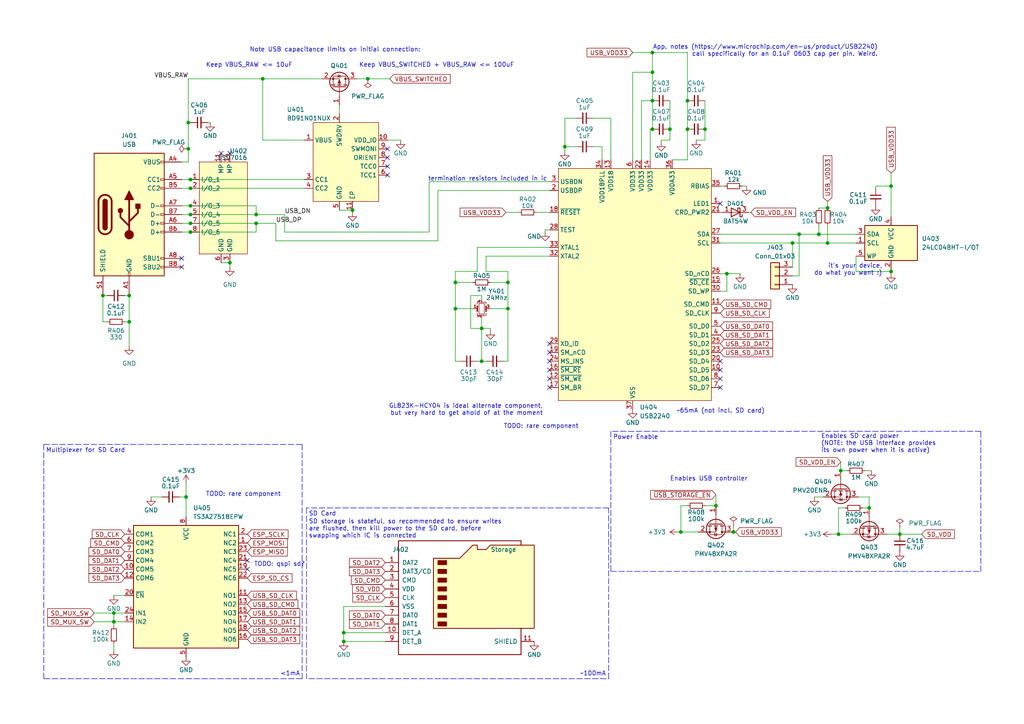
<source format=kicad_sch>
(kicad_sch (version 20211123) (generator eeschema)
  (paper "A4")
  (title_block (title "gay ipod storage + usb interface") (date "2022-09-04") (rev "1"))
  (lib_symbols
    (symbol "Analog_Switch:TS3A27518EPW"
      (property "Reference" "U" (at -13.97 19.05 0))
      (property "Value" "TS3A27518EPW" (at 8.89 19.05 0))
      (symbol "TS3A27518EPW_1_1"
        (pin bidirectional line (at 17.78 12.7 180) (length 2.54) (name "NC2") (number "1"))
        (pin bidirectional line (at -17.78 5.08 0) (length 2.54) (name "COM5") (number "10"))
        (pin bidirectional line (at 17.78 -2.54 180) (length 2.54) (name "NO1") (number "11"))
        (pin bidirectional line (at -17.78 2.54 0) (length 2.54) (name "COM6") (number "12"))
        (pin bidirectional line (at 17.78 -5.08 180) (length 2.54) (name "NO2") (number "13"))
        (pin input line (at -17.78 -10.16 0) (length 2.54) (name "IN2") (number "14"))
        (pin bidirectional line (at 17.78 -7.62 180) (length 2.54) (name "NO3") (number "15"))
        (pin bidirectional line (at 17.78 -15.24 180) (length 2.54) (name "NO6") (number "16"))
        (pin bidirectional line (at 17.78 -10.16 180) (length 2.54) (name "NO4") (number "17"))
        (pin bidirectional line (at 17.78 -12.7 180) (length 2.54) (name "NO5") (number "18"))
        (pin bidirectional line (at 17.78 5.08 180) (length 2.54) (name "NC5") (number "19"))
        (pin bidirectional line (at 17.78 15.24 180) (length 2.54) (name "NC1") (number "2"))
        (pin input line (at -17.78 -2.54 0) (length 2.54) (name "~{EN}") (number "20"))
        (pin bidirectional line (at 17.78 7.62 180) (length 2.54) (name "NC4") (number "21"))
        (pin bidirectional line (at 17.78 2.54 180) (length 2.54) (name "NC6") (number "22"))
        (pin bidirectional line (at 17.78 10.16 180) (length 2.54) (name "NC3") (number "23"))
        (pin input line (at -17.78 -7.62 0) (length 2.54) (name "IN1") (number "24"))
        (pin no_connect line (at -15.24 -15.24 0) (length 2.54) hide (name "N.C.") (number "3"))
        (pin bidirectional line (at -17.78 15.24 0) (length 2.54) (name "COM1") (number "4"))
        (pin power_in line (at 0 -20.32 90) (length 2.54) (name "GND") (number "5"))
        (pin bidirectional line (at -17.78 12.7 0) (length 2.54) (name "COM2") (number "6"))
        (pin bidirectional line (at -17.78 10.16 0) (length 2.54) (name "COM3") (number "7"))
        (pin power_in line (at 0 20.32 270) (length 2.54) (name "VCC") (number "8"))
        (pin bidirectional line (at -17.78 7.62 0) (length 2.54) (name "COM4") (number "9"))
      )
    )
    (symbol "Connector:Micro_SD_Card_Det_Hirose_DM3AT" (pin_names (offset 1.016))
      (property "Reference" "J" (at -16.51 17.78 0))
      (property "Value" "Micro_SD_Card_Det_Hirose_DM3AT" (at 16.51 17.78 0))
      (symbol "Micro_SD_Card_Det_Hirose_DM3AT_1_1"
        (pin bidirectional line (at -22.86 10.16 0) (length 3.81) (name "DAT2") (number "1"))
        (pin passive line (at -22.86 -10.16 0) (length 3.81) (name "DET_A") (number "10"))
        (pin passive line (at 20.32 -12.7 180) (length 3.81) (name "SHIELD") (number "11"))
        (pin bidirectional line (at -22.86 7.62 0) (length 3.81) (name "DAT3/CD") (number "2"))
        (pin input line (at -22.86 5.08 0) (length 3.81) (name "CMD") (number "3"))
        (pin power_in line (at -22.86 2.54 0) (length 3.81) (name "VDD") (number "4"))
        (pin input line (at -22.86 0 0) (length 3.81) (name "CLK") (number "5"))
        (pin power_in line (at -22.86 -2.54 0) (length 3.81) (name "VSS") (number "6"))
        (pin bidirectional line (at -22.86 -5.08 0) (length 3.81) (name "DAT0") (number "7"))
        (pin bidirectional line (at -22.86 -7.62 0) (length 3.81) (name "DAT1") (number "8"))
        (pin passive line (at -22.86 -12.7 0) (length 3.81) (name "DET_B") (number "9"))
      )
    )
    (symbol "Connector:USB_C_Receptacle_USB2.0" (pin_names (offset 1.016))
      (property "Reference" "J" (at -10.16 19.05 0))
      (property "Value" "USB_C_Receptacle_USB2.0" (at 19.05 19.05 0))
      (symbol "USB_C_Receptacle_USB2.0_1_1"
        (pin passive line (at 0 -22.86 90) (length 5.08) (name "GND") (number "A1"))
        (pin passive line (at 0 -22.86 90) (length 5.08) hide (name "GND") (number "A12"))
        (pin passive line (at 15.24 15.24 180) (length 5.08) (name "VBUS") (number "A4"))
        (pin bidirectional line (at 15.24 10.16 180) (length 5.08) (name "CC1") (number "A5"))
        (pin bidirectional line (at 15.24 -2.54 180) (length 5.08) (name "D+") (number "A6"))
        (pin bidirectional line (at 15.24 2.54 180) (length 5.08) (name "D-") (number "A7"))
        (pin bidirectional line (at 15.24 -12.7 180) (length 5.08) (name "SBU1") (number "A8"))
        (pin passive line (at 15.24 15.24 180) (length 5.08) hide (name "VBUS") (number "A9"))
        (pin passive line (at 0 -22.86 90) (length 5.08) hide (name "GND") (number "B1"))
        (pin passive line (at 0 -22.86 90) (length 5.08) hide (name "GND") (number "B12"))
        (pin passive line (at 15.24 15.24 180) (length 5.08) hide (name "VBUS") (number "B4"))
        (pin bidirectional line (at 15.24 7.62 180) (length 5.08) (name "CC2") (number "B5"))
        (pin bidirectional line (at 15.24 -5.08 180) (length 5.08) (name "D+") (number "B6"))
        (pin bidirectional line (at 15.24 0 180) (length 5.08) (name "D-") (number "B7"))
        (pin bidirectional line (at 15.24 -15.24 180) (length 5.08) (name "SBU2") (number "B8"))
        (pin passive line (at 15.24 15.24 180) (length 5.08) hide (name "VBUS") (number "B9"))
        (pin passive line (at -7.62 -22.86 90) (length 5.08) (name "SHIELD") (number "S1"))
      )
    )
    (symbol "Connector_Generic:Conn_01x03" (pin_names (offset 1.016) hide)
      (property "Reference" "J" (at 0 5.08 0))
      (property "Value" "Conn_01x03" (at 0 -5.08 0))
      (symbol "Conn_01x03_1_1"
        (pin passive line (at -5.08 2.54 0) (length 3.81) (name "Pin_1") (number "1"))
        (pin passive line (at -5.08 0 0) (length 3.81) (name "Pin_2") (number "2"))
        (pin passive line (at -5.08 -2.54 0) (length 3.81) (name "Pin_3") (number "3"))
      )
    )
    (symbol "Device:C_Small" (pin_numbers hide) (pin_names (offset 0.254) hide)
      (property "Reference" "C" (at 0.254 1.778 0))
      (property "Value" "C_Small" (at 0.254 -2.032 0))
      (symbol "C_Small_1_1"
        (pin passive line (at 0 2.54 270) (length 2.032) (name "~") (number "1"))
        (pin passive line (at 0 -2.54 90) (length 2.032) (name "~") (number "2"))
      )
    )
    (symbol "Device:Crystal_GND24_Small" (pin_names (offset 1.016) hide)
      (property "Reference" "Y" (at 1.27 4.445 0))
      (property "Value" "Crystal_GND24_Small" (at 1.27 2.54 0))
      (symbol "Crystal_GND24_Small_1_1"
        (pin passive line (at -2.54 0 0) (length 1.27) (name "1") (number "1"))
        (pin passive line (at 0 -2.54 90) (length 0.635) (name "2") (number "2"))
        (pin passive line (at 2.54 0 180) (length 1.27) (name "3") (number "3"))
        (pin passive line (at 0 2.54 270) (length 0.635) (name "4") (number "4"))
      )
    )
    (symbol "Device:Q_NMOS_GSD" (pin_names (offset 0) hide)
      (property "Reference" "Q" (at 5.08 1.27 0))
      (property "Value" "Q_NMOS_GSD" (at 5.08 -1.27 0))
      (symbol "Q_NMOS_GSD_1_1"
        (pin input line (at -5.08 0 0) (length 2.54) (name "G") (number "1"))
        (pin passive line (at 2.54 -5.08 90) (length 2.54) (name "S") (number "2"))
        (pin passive line (at 2.54 5.08 270) (length 2.54) (name "D") (number "3"))
      )
    )
    (symbol "Device:Q_PMOS_GSD" (pin_names (offset 0) hide)
      (property "Reference" "Q" (at 5.08 1.27 0))
      (property "Value" "Q_PMOS_GSD" (at 5.08 -1.27 0))
      (symbol "Q_PMOS_GSD_1_1"
        (pin input line (at -5.08 0 0) (length 2.54) (name "G") (number "1"))
        (pin passive line (at 2.54 -5.08 90) (length 2.54) (name "S") (number "2"))
        (pin passive line (at 2.54 5.08 270) (length 2.54) (name "D") (number "3"))
      )
    )
    (symbol "Device:R_Small" (pin_numbers hide) (pin_names (offset 0.254) hide)
      (property "Reference" "R" (at 0.762 0.508 0))
      (property "Value" "R_Small" (at 0.762 -1.016 0))
      (symbol "R_Small_1_1"
        (pin passive line (at 0 2.54 270) (length 0.762) (name "~") (number "1"))
        (pin passive line (at 0 -2.54 90) (length 0.762) (name "~") (number "2"))
      )
    )
    (symbol "Diode:BAT54W" (pin_names (offset 1.016) hide)
      (property "Reference" "D" (at 0 2.54 0))
      (property "Value" "BAT54W" (at 0 -2.54 0))
      (symbol "BAT54W_1_1"
        (pin passive line (at 3.81 0 180) (length 2.54) (name "A") (number "1"))
        (pin no_connect line (at 0 0 90) (length 2.54) hide (name "NC") (number "2"))
        (pin passive line (at -3.81 0 0) (length 2.54) (name "K") (number "3"))
      )
    )
    (symbol "Memory_EEPROM:24AA02-OT"
      (property "Reference" "U?" (at -8.89 1.2701 0))
      (property "Value" "24LC08BHT-I/OT " (at -8.89 -1.2699 0))
      (symbol "24AA02-OT_1_1"
        (pin input line (at 10.16 0 180) (length 2.54) (name "SCL") (number "1"))
        (pin power_in line (at 0 -7.62 90) (length 2.54) (name "GND") (number "2"))
        (pin bidirectional line (at 10.16 2.54 180) (length 2.54) (name "SDA") (number "3"))
        (pin power_in line (at 0 7.62 270) (length 2.54) (name "VCC") (number "4"))
        (pin input line (at 10.16 -3.81 180) (length 2.54) (name "WP") (number "5"))
      )
    )
    (symbol "power:+3V3" (power) (pin_names (offset 0))
      (property "Value" "+3V3" (at 0 3.556 0))
      (symbol "+3V3_1_1"
        (pin power_in line (at 0 0 90) (length 0) hide (name "+3V3") (number "1"))
      )
    )
    (symbol "power:GND" (power) (pin_names (offset 0))
      (property "Value" "GND" (at 0 -3.81 0))
      (symbol "GND_1_1"
        (pin power_in line (at 0 0 270) (length 0) hide (name "GND") (number "1"))
      )
    )
    (symbol "power:PWR_FLAG" (power) (pin_numbers hide) (pin_names (offset 0) hide)
      (property "Value" "PWR_FLAG" (at 0 3.81 0))
      (symbol "PWR_FLAG_0_0"
        (pin power_out line (at 0 0 90) (length 0) (name "pwr") (number "1"))
      )
    )
    (symbol "symbols:BD91N01NUX"
      (property "Reference" "U" (at 0 13.97 0))
      (property "Value" "BD91N01NUX" (at 5.08 16.51 0))
      (symbol "BD91N01NUX_1_1"
        (pin input line (at -15.24 7.62 0) (length 2.54) (name "VBUS") (number "1"))
        (pin input line (at 8.89 7.62 180) (length 2.54) (name "VDD_IO") (number "10"))
        (pin input line (at -1.27 -12.7 90) (length 2.54) (name "EP") (number "11"))
        (pin output line (at -5.08 15.24 270) (length 2.54) (name "SWDRV") (number "2"))
        (pin input line (at -15.24 -3.81 0) (length 2.54) (name "CC1") (number "3"))
        (pin input line (at -15.24 -6.35 0) (length 2.54) (name "CC2") (number "4"))
        (pin input line (at -5.08 -12.7 90) (length 2.54) (name "GND") (number "5"))
        (pin output line (at 8.89 -2.54 180) (length 2.54) (name "TCC1") (number "6"))
        (pin output line (at 8.89 0 180) (length 2.54) (name "TCC0") (number "7"))
        (pin output line (at 8.89 2.54 180) (length 2.54) (name "ORIENT") (number "8"))
        (pin output line (at 8.89 5.08 180) (length 2.54) (name "SWMONI") (number "9"))
      )
    )
    (symbol "symbols:ESD7016"
      (property "Reference" "U" (at 0 16.51 0))
      (property "Value" "ESD7016" (at 0 13.97 0))
      (symbol "ESD7016_1_1"
        (pin input line (at 3.81 5.08 270) (length 2.54) (name "I/O_1") (number "1"))
        (pin input line (at 11.43 -3.81 180) (length 2.54) (name "MP") (number "11"))
        (pin input line (at 11.43 -6.35 180) (length 2.54) (name "MP") (number "14"))
        (pin input line (at 1.27 5.08 270) (length 2.54) (name "I/O_2") (number "2"))
        (pin input line (at -20.32 -6.35 0) (length 2.54) (name "GND") (number "3"))
        (pin input line (at -3.81 5.08 270) (length 2.54) (name "I/O_3") (number "4"))
        (pin input line (at -6.35 5.08 270) (length 2.54) (name "I/O_4") (number "5"))
        (pin input line (at -20.32 -3.81 0) (length 2.54) (name "GND") (number "6"))
        (pin input line (at -8.89 5.08 270) (length 2.54) (name "I/O_5") (number "7"))
        (pin input line (at -11.43 5.08 270) (length 2.54) (name "I/O_6") (number "8"))
      )
    )
    (symbol "symbols:USB2240"
      (property "Reference" "U" (at 1.27 1.27 0))
      (property "Value" "USB2240" (at 1.27 -1.27 0))
      (symbol "USB2240_0_0"
        (pin unspecified line (at 25.4 22.86 180) (length 2.54) (name "LED1") (number "1"))
        (pin unspecified line (at 25.4 -25.4 180) (length 2.54) (name "SD_D5") (number "10"))
        (pin unspecified line (at 25.4 -6.35 180) (length 2.54) (name "SD_CMD") (number "11"))
        (pin unspecified line (at -24.13 -27.94 0) (length 2.54) (name "~{SM_WE}") (number "12"))
        (pin unspecified line (at -6.35 35.56 270) (length 2.54) (name "VDD18") (number "13"))
        (pin unspecified line (at 5.08 35.56 270) (length 2.54) (name "VDD33") (number "14"))
        (pin unspecified line (at 25.4 0 180) (length 2.54) (name "~{SD_CE}") (number "15"))
        (pin unspecified line (at -24.13 -25.4 0) (length 2.54) (name "~{SM_RE}") (number "16"))
        (pin unspecified line (at -24.13 -30.48 0) (length 2.54) (name "SM_BR") (number "17"))
        (pin unspecified line (at -24.13 20.32 0) (length 2.54) (name "~{RESET}") (number "18"))
        (pin unspecified line (at -24.13 -20.32 0) (length 2.54) (name "SM_nCD") (number "19"))
        (pin unspecified line (at -24.13 26.67 0) (length 2.54) (name "USBDP") (number "2"))
        (pin unspecified line (at 25.4 -22.86 180) (length 2.54) (name "SD_D4") (number "20"))
        (pin unspecified line (at 25.4 20.32 180) (length 2.54) (name "CRD_PWR2") (number "21"))
        (pin unspecified line (at 2.54 35.56 270) (length 2.54) (name "VDD33") (number "22"))
        (pin unspecified line (at 25.4 -20.32 180) (length 2.54) (name "SD_D3") (number "23"))
        (pin unspecified line (at -24.13 -22.86 0) (length 2.54) (name "MS_INS") (number "24"))
        (pin unspecified line (at 25.4 -17.78 180) (length 2.54) (name "SD_D2") (number "25"))
        (pin unspecified line (at 25.4 2.54 180) (length 2.54) (name "SD_nCD") (number "26"))
        (pin unspecified line (at 25.4 13.97 180) (length 2.54) (name "SDA") (number "27"))
        (pin unspecified line (at -24.13 15.24 0) (length 2.54) (name "TEST") (number "28"))
        (pin unspecified line (at -24.13 -17.78 0) (length 2.54) (name "XD_ID") (number "29"))
        (pin unspecified line (at -24.13 29.21 0) (length 2.54) (name "USBDN") (number "3"))
        (pin unspecified line (at 25.4 -2.54 180) (length 2.54) (name "SD_WP") (number "30"))
        (pin unspecified line (at 25.4 11.43 180) (length 2.54) (name "SCL") (number "31"))
        (pin unspecified line (at -24.13 7.62 0) (length 2.54) (name "XTAL2") (number "32"))
        (pin unspecified line (at -24.13 10.16 0) (length 2.54) (name "XTAL1") (number "33"))
        (pin unspecified line (at -8.89 35.56 270) (length 2.54) (name "VDD18PLL") (number "34"))
        (pin unspecified line (at 25.4 27.94 180) (length 2.54) (name "RBIAS") (number "35"))
        (pin unspecified line (at 11.43 35.56 270) (length 2.54) (name "VDDA33") (number "36"))
        (pin unspecified line (at 0 -36.83 90) (length 2.54) (name "VSS") (number "37"))
        (pin unspecified line (at 25.4 -15.24 180) (length 2.54) (name "SD_D1") (number "4"))
        (pin unspecified line (at 25.4 -12.7 180) (length 2.54) (name "SD_D0") (number "5"))
        (pin unspecified line (at 0 35.56 270) (length 2.54) (name "VDD33") (number "6"))
        (pin unspecified line (at 25.4 -30.48 180) (length 2.54) (name "SD_D7") (number "7"))
        (pin unspecified line (at 25.4 -27.94 180) (length 2.54) (name "SD_D6") (number "8"))
        (pin unspecified line (at 25.4 -8.89 180) (length 2.54) (name "SD_CLK") (number "9"))
      )
    )
  )
  (junction (at 240.03 60.325))
  (junction (at 106.68 22.86))
  (junction (at 55.245 59.69))
  (junction (at 74.295 64.77))
  (junction (at 189.23 29.21))
  (junction (at 99.695 186.055))
  (junction (at 54.61 43.18))
  (junction (at 76.2 22.86))
  (junction (at 33.02 180.34))
  (junction (at 37.465 85.725))
  (junction (at 74.295 62.23))
  (junction (at 55.245 67.31))
  (junction (at 99.695 183.515))
  (junction (at 199.39 29.21))
  (junction (at 132.08 81.915))
  (junction (at 55.245 64.77))
  (junction (at 102.235 60.96))
  (junction (at 189.23 37.465))
  (junction (at 212.725 154.305))
  (junction (at 139.7 95.25))
  (junction (at 53.975 144.145))
  (junction (at 231.775 67.945))
  (junction (at 237.49 67.945))
  (junction (at 55.245 54.61))
  (junction (at 210.82 79.375))
  (junction (at 197.485 154.305))
  (junction (at 207.645 146.685))
  (junction (at 260.985 154.94))
  (junction (at 66.675 76.2))
  (junction (at 189.23 15.24))
  (junction (at 258.445 78.74))
  (junction (at 243.84 136.525))
  (junction (at 54.61 35.56))
  (junction (at 194.31 37.465))
  (junction (at 147.32 89.535))
  (junction (at 139.7 104.775))
  (junction (at 189.23 20.955))
  (junction (at 243.205 154.94))
  (junction (at 240.03 70.485))
  (junction (at 55.245 52.07))
  (junction (at 258.445 53.975))
  (junction (at 252.095 147.32))
  (junction (at 229.87 70.485))
  (junction (at 204.47 37.465))
  (junction (at 55.245 62.23))
  (junction (at 132.08 89.535))
  (junction (at 37.465 93.345))
  (junction (at 163.83 42.545))
  (junction (at 199.39 37.465))
  (junction (at 147.32 81.915))
  (junction (at 33.02 177.8))
  (junction (at 29.845 85.725))
  (no_connect (at 112.395 43.18))
  (no_connect (at 208.915 59.055))
  (no_connect (at 112.395 45.72))
  (no_connect (at 112.395 48.26))
  (no_connect (at 112.395 50.8))
  (no_connect (at 52.705 74.93))
  (no_connect (at 208.915 104.775))
  (no_connect (at 208.915 107.315))
  (no_connect (at 208.915 109.855))
  (no_connect (at 208.915 112.395))
  (no_connect (at 159.385 102.235))
  (no_connect (at 159.385 99.695))
  (no_connect (at 159.385 112.395))
  (no_connect (at 159.385 109.855))
  (no_connect (at 159.385 107.315))
  (no_connect (at 159.385 104.775))
  (no_connect (at 71.755 162.56))
  (no_connect (at 71.755 165.1))
  (no_connect (at 64.135 44.45))
  (no_connect (at 66.675 44.45))
  (no_connect (at 52.705 77.47))
  (wire (pts (xy 210.82 79.375) (xy 210.82 84.455)))
  (wire (pts (xy 133.35 104.775) (xy 132.08 104.775)))
  (wire (pts (xy 236.22 144.145) (xy 238.76 144.145)))
  (wire (pts (xy 204.47 37.465) (xy 204.47 40.64)))
  (wire (pts (xy 217.805 61.595) (xy 217.17 61.595)))
  (wire (pts (xy 204.47 146.685) (xy 207.645 146.685)))
  (wire (pts (xy 210.82 79.375) (xy 214.63 79.375)))
  (wire (pts (xy 52.705 67.31) (xy 55.245 67.31)))
  (wire (pts (xy 112.395 40.64) (xy 116.205 40.64)))
  (wire (pts (xy 243.84 133.985) (xy 243.84 136.525)))
  (wire (pts (xy 55.245 54.61) (xy 52.705 54.61)))
  (wire (pts (xy 74.295 62.23) (xy 82.55 62.23)))
  (wire (pts (xy 260.985 153.035) (xy 260.985 154.94)))
  (wire (pts (xy 258.445 78.74) (xy 258.445 78.105)))
  (wire (pts (xy 37.465 93.345) (xy 37.465 100.33)))
  (wire (pts (xy 74.295 64.77) (xy 80.01 64.77)))
  (wire (pts (xy 240.03 65.405) (xy 240.03 70.485)))
  (wire (pts (xy 245.11 147.32) (xy 243.205 147.32)))
  (wire (pts (xy 52.07 144.145) (xy 53.975 144.145)))
  (wire (pts (xy 142.24 95.885) (xy 142.24 95.25)))
  (wire (pts (xy 43.815 144.145) (xy 46.99 144.145)))
  (wire (pts (xy 229.87 70.485) (xy 229.87 77.47)))
  (wire (pts (xy 216.535 53.975) (xy 215.265 53.975)))
  (wire (pts (xy 241.3 154.94) (xy 243.205 154.94)))
  (wire (pts (xy 132.08 78.74) (xy 132.08 81.915)))
  (wire (pts (xy 231.775 67.945) (xy 237.49 67.945)))
  (wire (pts (xy 76.2 40.64) (xy 88.265 40.64)))
  (wire (pts (xy 248.92 144.145) (xy 252.095 144.145)))
  (polyline (pts (xy 12.7 196.85) (xy 12.7 128.905)))
  (wire (pts (xy 111.76 186.055) (xy 99.695 186.055)))
  (wire (pts (xy 27.305 180.34) (xy 33.02 180.34)))
  (wire (pts (xy 136.525 95.25) (xy 139.7 95.25)))
  (wire (pts (xy 53.975 140.335) (xy 53.975 144.145)))
  (wire (pts (xy 159.385 55.245) (xy 127 55.245)))
  (wire (pts (xy 54.61 22.86) (xy 54.61 35.56)))
  (wire (pts (xy 167.005 42.545) (xy 163.83 42.545)))
  (wire (pts (xy 52.705 62.23) (xy 55.245 62.23)))
  (wire (pts (xy 208.915 67.945) (xy 231.775 67.945)))
  (wire (pts (xy 140.97 74.295) (xy 140.97 78.74)))
  (wire (pts (xy 163.83 34.29) (xy 163.83 42.545)))
  (wire (pts (xy 159.385 74.295) (xy 140.97 74.295)))
  (wire (pts (xy 27.305 177.8) (xy 33.02 177.8)))
  (wire (pts (xy 159.385 71.755) (xy 138.43 71.755)))
  (wire (pts (xy 55.245 52.07) (xy 52.705 52.07)))
  (wire (pts (xy 64.135 76.2) (xy 66.675 76.2)))
  (wire (pts (xy 76.2 22.86) (xy 54.61 22.86)))
  (wire (pts (xy 258.445 79.375) (xy 258.445 78.74)))
  (wire (pts (xy 147.32 81.915) (xy 147.32 89.535)))
  (wire (pts (xy 194.31 37.465) (xy 194.31 40.64)))
  (wire (pts (xy 55.245 59.69) (xy 74.295 59.69)))
  (wire (pts (xy 60.96 35.56) (xy 60.325 35.56)))
  (wire (pts (xy 245.745 136.525) (xy 243.84 136.525)))
  (wire (pts (xy 36.195 85.725) (xy 37.465 85.725)))
  (wire (pts (xy 212.725 152.4) (xy 212.725 154.305)))
  (wire (pts (xy 210.185 53.975) (xy 208.915 53.975)))
  (wire (pts (xy 159.385 66.675) (xy 158.115 66.675)))
  (wire (pts (xy 74.295 59.69) (xy 74.295 62.23)))
  (wire (pts (xy 237.49 65.405) (xy 237.49 67.945)))
  (polyline (pts (xy 284.48 125.095) (xy 177.165 125.095)))
  (wire (pts (xy 208.915 70.485) (xy 229.87 70.485)))
  (wire (pts (xy 243.205 154.94) (xy 247.015 154.94)))
  (wire (pts (xy 209.55 61.595) (xy 208.915 61.595)))
  (wire (pts (xy 139.7 104.775) (xy 140.97 104.775)))
  (wire (pts (xy 189.23 15.24) (xy 189.23 20.955)))
  (wire (pts (xy 146.05 104.775) (xy 147.32 104.775)))
  (wire (pts (xy 29.845 85.725) (xy 29.845 93.345)))
  (wire (pts (xy 188.595 46.355) (xy 188.595 37.465)))
  (wire (pts (xy 29.845 85.725) (xy 31.115 85.725)))
  (wire (pts (xy 55.245 35.56) (xy 54.61 35.56)))
  (wire (pts (xy 188.595 37.465) (xy 189.23 37.465)))
  (wire (pts (xy 250.19 147.32) (xy 252.095 147.32)))
  (wire (pts (xy 199.39 37.465) (xy 199.39 46.355)))
  (wire (pts (xy 136.525 85.725) (xy 136.525 95.25)))
  (wire (pts (xy 248.285 74.295) (xy 248.285 78.74)))
  (wire (pts (xy 258.445 50.165) (xy 258.445 53.975)))
  (wire (pts (xy 29.845 93.345) (xy 31.115 93.345)))
  (wire (pts (xy 111.76 175.895) (xy 99.695 175.895)))
  (wire (pts (xy 194.945 46.355) (xy 199.39 46.355)))
  (wire (pts (xy 189.23 29.21) (xy 189.23 37.465)))
  (wire (pts (xy 204.47 40.64) (xy 201.93 40.64)))
  (wire (pts (xy 199.39 15.24) (xy 199.39 29.21)))
  (wire (pts (xy 142.24 81.915) (xy 147.32 81.915)))
  (wire (pts (xy 189.23 20.955) (xy 189.23 29.21)))
  (wire (pts (xy 138.43 104.775) (xy 139.7 104.775)))
  (wire (pts (xy 177.165 34.29) (xy 177.165 46.355)))
  (wire (pts (xy 174.625 42.545) (xy 174.625 46.355)))
  (wire (pts (xy 260.985 154.94) (xy 267.335 154.94)))
  (wire (pts (xy 194.31 29.21) (xy 194.31 37.465)))
  (wire (pts (xy 207.645 143.51) (xy 207.645 146.685)))
  (wire (pts (xy 159.385 52.705) (xy 124.46 52.705)))
  (wire (pts (xy 138.43 78.74) (xy 132.08 78.74)))
  (wire (pts (xy 231.775 80.01) (xy 231.775 67.945)))
  (wire (pts (xy 240.03 70.485) (xy 248.285 70.485)))
  (wire (pts (xy 80.01 69.85) (xy 80.01 64.77)))
  (wire (pts (xy 37.465 85.09) (xy 37.465 85.725)))
  (wire (pts (xy 54.61 35.56) (xy 54.61 43.18)))
  (wire (pts (xy 252.095 144.145) (xy 252.095 147.32)))
  (polyline (pts (xy 88.9 147.32) (xy 88.9 196.85)))
  (wire (pts (xy 199.39 29.21) (xy 199.39 37.465)))
  (wire (pts (xy 33.02 180.34) (xy 36.195 180.34)))
  (polyline (pts (xy 87.63 128.905) (xy 87.63 196.85)))
  (wire (pts (xy 140.97 78.74) (xy 147.32 78.74)))
  (wire (pts (xy 29.845 85.09) (xy 29.845 85.725)))
  (wire (pts (xy 208.915 84.455) (xy 210.82 84.455)))
  (wire (pts (xy 191.77 40.64) (xy 191.77 41.275)))
  (wire (pts (xy 127 69.85) (xy 127 55.245)))
  (wire (pts (xy 33.02 186.69) (xy 33.02 188.595)))
  (wire (pts (xy 33.02 177.8) (xy 36.195 177.8)))
  (wire (pts (xy 183.515 20.955) (xy 189.23 20.955)))
  (wire (pts (xy 53.975 144.145) (xy 53.975 149.86)))
  (wire (pts (xy 99.695 183.515) (xy 111.76 183.515)))
  (wire (pts (xy 132.08 104.775) (xy 132.08 89.535)))
  (wire (pts (xy 139.7 95.25) (xy 139.7 104.775)))
  (polyline (pts (xy 177.165 125.095) (xy 177.165 165.735)))
  (wire (pts (xy 158.115 66.675) (xy 158.115 67.31)))
  (wire (pts (xy 66.675 76.2) (xy 66.675 77.47)))
  (wire (pts (xy 80.01 69.85) (xy 127 69.85)))
  (wire (pts (xy 167.005 34.29) (xy 163.83 34.29)))
  (polyline (pts (xy 177.165 165.735) (xy 284.48 165.735)))
  (wire (pts (xy 82.55 67.31) (xy 82.55 62.23)))
  (wire (pts (xy 55.245 67.31) (xy 74.295 67.31)))
  (wire (pts (xy 229.87 70.485) (xy 240.03 70.485)))
  (wire (pts (xy 142.24 95.25) (xy 139.7 95.25)))
  (wire (pts (xy 103.505 22.86) (xy 106.68 22.86)))
  (wire (pts (xy 82.55 67.31) (xy 124.46 67.31)))
  (wire (pts (xy 55.245 64.77) (xy 74.295 64.77)))
  (wire (pts (xy 183.515 46.355) (xy 183.515 20.955)))
  (wire (pts (xy 76.2 40.64) (xy 76.2 22.86)))
  (wire (pts (xy 54.61 43.18) (xy 54.61 46.99)))
  (wire (pts (xy 99.695 175.895) (xy 99.695 183.515)))
  (wire (pts (xy 37.465 85.725) (xy 37.465 93.345)))
  (wire (pts (xy 52.705 46.99) (xy 54.61 46.99)))
  (wire (pts (xy 254 53.975) (xy 258.445 53.975)))
  (polyline (pts (xy 284.48 165.735) (xy 284.48 125.095)))
  (wire (pts (xy 208.915 79.375) (xy 210.82 79.375)))
  (wire (pts (xy 252.73 136.525) (xy 250.825 136.525)))
  (wire (pts (xy 257.175 154.94) (xy 260.985 154.94)))
  (wire (pts (xy 237.49 67.945) (xy 248.285 67.945)))
  (polyline (pts (xy 176.53 147.32) (xy 88.9 147.32)))
  (wire (pts (xy 248.285 78.74) (xy 258.445 78.74)))
  (wire (pts (xy 243.205 147.32) (xy 243.205 154.94)))
  (wire (pts (xy 213.36 154.305) (xy 212.725 154.305)))
  (wire (pts (xy 139.7 85.725) (xy 139.7 86.995)))
  (wire (pts (xy 197.485 154.305) (xy 202.565 154.305)))
  (wire (pts (xy 254 54.61) (xy 254 53.975)))
  (wire (pts (xy 183.515 15.24) (xy 189.23 15.24)))
  (wire (pts (xy 237.49 60.325) (xy 240.03 60.325)))
  (wire (pts (xy 36.195 93.345) (xy 37.465 93.345)))
  (wire (pts (xy 189.23 15.24) (xy 199.39 15.24)))
  (wire (pts (xy 99.695 183.515) (xy 99.695 186.055)))
  (wire (pts (xy 194.31 40.64) (xy 191.77 40.64)))
  (wire (pts (xy 142.24 89.535) (xy 147.32 89.535)))
  (wire (pts (xy 55.245 62.23) (xy 74.295 62.23)))
  (wire (pts (xy 258.445 53.975) (xy 258.445 62.865)))
  (wire (pts (xy 163.83 42.545) (xy 163.83 43.815)))
  (wire (pts (xy 139.7 85.725) (xy 136.525 85.725)))
  (wire (pts (xy 55.245 54.61) (xy 88.265 54.61)))
  (wire (pts (xy 186.055 46.355) (xy 186.055 29.21)))
  (wire (pts (xy 155.575 61.595) (xy 159.385 61.595)))
  (wire (pts (xy 172.085 34.29) (xy 177.165 34.29)))
  (wire (pts (xy 139.7 92.075) (xy 139.7 95.25)))
  (wire (pts (xy 74.295 64.77) (xy 74.295 67.31)))
  (wire (pts (xy 33.02 172.72) (xy 36.195 172.72)))
  (wire (pts (xy 132.08 89.535) (xy 137.16 89.535)))
  (polyline (pts (xy 89.535 196.85) (xy 176.53 196.85)))
  (polyline (pts (xy 176.53 196.85) (xy 176.53 147.32)))
  (wire (pts (xy 132.08 81.915) (xy 132.08 89.535)))
  (wire (pts (xy 33.02 177.8) (xy 33.02 180.34)))
  (polyline (pts (xy 87.63 196.85) (xy 12.7 196.85)))
  (wire (pts (xy 186.055 29.21) (xy 189.23 29.21)))
  (wire (pts (xy 52.705 59.69) (xy 55.245 59.69)))
  (wire (pts (xy 93.345 22.86) (xy 76.2 22.86)))
  (wire (pts (xy 229.87 80.01) (xy 231.775 80.01)))
  (wire (pts (xy 106.68 22.86) (xy 113.03 22.86)))
  (wire (pts (xy 197.485 146.685) (xy 197.485 154.305)))
  (polyline (pts (xy 12.7 128.905) (xy 87.63 128.905)))
  (wire (pts (xy 137.16 81.915) (xy 132.08 81.915)))
  (wire (pts (xy 196.85 154.305) (xy 197.485 154.305)))
  (wire (pts (xy 204.47 29.21) (xy 204.47 37.465)))
  (wire (pts (xy 199.39 146.685) (xy 197.485 146.685)))
  (wire (pts (xy 98.425 60.96) (xy 102.235 60.96)))
  (wire (pts (xy 52.705 64.77) (xy 55.245 64.77)))
  (wire (pts (xy 172.085 42.545) (xy 174.625 42.545)))
  (wire (pts (xy 147.32 104.775) (xy 147.32 89.535)))
  (wire (pts (xy 146.685 61.595) (xy 150.495 61.595)))
  (wire (pts (xy 240.03 58.42) (xy 240.03 60.325)))
  (wire (pts (xy 147.32 78.74) (xy 147.32 81.915)))
  (wire (pts (xy 138.43 71.755) (xy 138.43 78.74)))
  (wire (pts (xy 102.235 60.96) (xy 102.235 61.595)))
  (wire (pts (xy 124.46 67.31) (xy 124.46 52.705)))
  (wire (pts (xy 33.02 180.34) (xy 33.02 181.61)))
  (wire (pts (xy 55.245 52.07) (xy 88.265 52.07)))
  (wire (pts (xy 98.425 30.48) (xy 98.425 33.02)))
  (text "Keep VBUS_RAW <= 10uF" (at 59.69 19.685 0) (effects (font (size 1.27 1.27)) (justify left bottom)))
  (text "<1mA" (at 81.28 196.215 0) (effects (font (size 1.27 1.27)) (justify left bottom)))
  (text "App. notes (https://www.microchip.com/en-us/product/USB2240)\ncall specifically for an 0.1uF 0603 cap per pin. Weird." (at 254.635 16.51 0) (effects (font (size 1.27 1.27)) (justify right bottom)))
  (text "it's your device,\ndo what you want :)" (at 255.905 80.01 180) (effects (font (size 1.27 1.27)) (justify right bottom)))
  (text "TODO: rare component" (at 146.05 124.46 0) (effects (font (size 1.27 1.27)) (justify left bottom)))
  (text "termination resistors included in ic" (at 158.75 52.705 180) (effects (font (size 1.27 1.27)) (justify right bottom)))
  (text "Keep VBUS_SWITCHED + VBUS_RAW <= 100uF" (at 104.14 19.685 0) (effects (font (size 1.27 1.27)) (justify left bottom)))
  (text "~100mA" (at 168.275 196.215 0) (effects (font (size 1.27 1.27)) (justify left bottom)))
  (text "~65mA (not incl. SD card)" (at 196.215 120.015 0) (effects (font (size 1.27 1.27)) (justify left bottom)))
  (text "Enables USB controller" (at 194.31 139.7 0) (effects (font (size 1.27 1.27)) (justify left bottom)))
  (text "Note USB capacitance limits on initial connection:" (at 72.39 15.24 0) (effects (font (size 1.27 1.27)) (justify left bottom)))
  (text "Multiplexer for SD Card" (at 13.335 131.445 0) (effects (font (size 1.27 1.27)) (justify left bottom)))
  (text "TODO: rare component" (at 59.69 144.145 0) (effects (font (size 1.27 1.27)) (justify left bottom)))
  (text "SD storage is stateful, so recommended to ensure writes\nare flushed, then kill power to the SD card, before\nswapping which IC is connected" (at 89.535 156.21 0) (effects (font (size 1.27 1.27)) (justify left bottom)))
  (text "SD Card" (at 89.535 149.86 0) (effects (font (size 1.27 1.27)) (justify left bottom)))
  (text "GL823K-HCY04 is ideal alternate component,\nbut very hard to get ahold of at the moment" (at 157.48 120.65 0) (effects (font (size 1.27 1.27)) (justify right bottom)))
  (text "TODO: qspi sd?" (at 73.66 164.465 0) (effects (font (size 1.27 1.27)) (justify left bottom)))
  (text "Power Enable" (at 177.8 127.635 0) (effects (font (size 1.27 1.27)) (justify left bottom)))
  (text "Enables SD card power\n(NOTE: the USB interface provides\nits own power when it is active)" (at 238.125 131.445 0) (effects (font (size 1.27 1.27)) (justify left bottom)))
  (label "VBUS_RAW" (at 54.61 22.86 180))
  (label "USB_DP" (at 80.01 64.77 0))
  (label "USB_DN" (at 82.55 62.23 0))
  (global_label "USB_SD_DAT0" (shape input) (at 71.755 177.8 0) (property "Intersheet References" "${INTERSHEET_REFS}" (effects hide)))
  (global_label "SD_DAT0" (shape input) (at 36.195 160.02 180) (property "Intersheet References" "${INTERSHEET_REFS}" (effects hide)))
  (global_label "ESP_MISO" (shape input) (at 71.755 160.02 0) (property "Intersheet References" "${INTERSHEET_REFS}" (effects hide)))
  (global_label "USB_SD_DAT2" (shape input) (at 71.755 182.88 0) (property "Intersheet References" "${INTERSHEET_REFS}" (effects hide)))
  (global_label "SD_DAT3" (shape input) (at 36.195 167.64 180) (property "Intersheet References" "${INTERSHEET_REFS}" (effects hide)))
  (global_label "ESP_SD_CS" (shape input) (at 71.755 167.64 0) (property "Intersheet References" "${INTERSHEET_REFS}" (effects hide)))
  (global_label "SD_VDD" (shape input) (at 267.335 154.94 0) (property "Intersheet References" "${INTERSHEET_REFS}" (effects hide)))
  (global_label "SD_CMD" (shape input) (at 36.195 157.48 180) (property "Intersheet References" "${INTERSHEET_REFS}" (effects hide)))
  (global_label "ESP_MOSI" (shape input) (at 71.755 157.48 0) (property "Intersheet References" "${INTERSHEET_REFS}" (effects hide)))
  (global_label "SD_DAT2" (shape input) (at 111.76 163.195 180) (property "Intersheet References" "${INTERSHEET_REFS}" (effects hide)))
  (global_label "SD_DAT3" (shape input) (at 111.76 165.735 180) (property "Intersheet References" "${INTERSHEET_REFS}" (effects hide)))
  (global_label "USB_VDD33" (shape input) (at 240.03 58.42 90) (property "Intersheet References" "${INTERSHEET_REFS}" (effects hide)))
  (global_label "SD_VDD" (shape input) (at 111.76 170.815 180) (property "Intersheet References" "${INTERSHEET_REFS}" (effects hide)))
  (global_label "SD_DAT0" (shape input) (at 111.76 178.435 180) (property "Intersheet References" "${INTERSHEET_REFS}" (effects hide)))
  (global_label "~{USB_STORAGE_EN}" (shape input) (at 207.645 143.51 180) (property "Intersheet References" "${INTERSHEET_REFS}" (effects hide)))
  (global_label "USB_SD_CMD" (shape input) (at 71.755 175.26 0) (property "Intersheet References" "${INTERSHEET_REFS}" (effects hide)))
  (global_label "USB_SD_CLK" (shape input) (at 71.755 172.72 0) (property "Intersheet References" "${INTERSHEET_REFS}" (effects hide)))
  (global_label "USB_SD_DAT1" (shape input) (at 71.755 180.34 0) (property "Intersheet References" "${INTERSHEET_REFS}" (effects hide)))
  (global_label "USB_SD_DAT3" (shape input) (at 208.915 102.235 0) (property "Intersheet References" "${INTERSHEET_REFS}" (effects hide)))
  (global_label "USB_SD_DAT1" (shape input) (at 208.915 97.155 0) (property "Intersheet References" "${INTERSHEET_REFS}" (effects hide)))
  (global_label "USB_SD_DAT2" (shape input) (at 208.915 99.695 0) (property "Intersheet References" "${INTERSHEET_REFS}" (effects hide)))
  (global_label "USB_SD_CLK" (shape input) (at 208.915 90.805 0) (property "Intersheet References" "${INTERSHEET_REFS}" (effects hide)))
  (global_label "SD_VDD_EN" (shape input) (at 243.84 133.985 180) (property "Intersheet References" "${INTERSHEET_REFS}" (effects hide)))
  (global_label "SD_DAT1" (shape input) (at 36.195 162.56 180) (property "Intersheet References" "${INTERSHEET_REFS}" (effects hide)))
  (global_label "SD_DAT1" (shape input) (at 111.76 180.975 180) (property "Intersheet References" "${INTERSHEET_REFS}" (effects hide)))
  (global_label "USB_VDD33" (shape input) (at 258.445 50.165 90) (property "Intersheet References" "${INTERSHEET_REFS}" (effects hide)))
  (global_label "SD_CMD" (shape input) (at 111.76 168.275 180) (property "Intersheet References" "${INTERSHEET_REFS}" (effects hide)))
  (global_label "USB_VDD33" (shape input) (at 213.36 154.305 0) (property "Intersheet References" "${INTERSHEET_REFS}" (effects hide)))
  (global_label "USB_SD_CMD" (shape input) (at 208.915 88.265 0) (property "Intersheet References" "${INTERSHEET_REFS}" (effects hide)))
  (global_label "SD_CLK" (shape input) (at 36.195 154.94 180) (property "Intersheet References" "${INTERSHEET_REFS}" (effects hide)))
  (global_label "SD_MUX_SW" (shape input) (at 27.305 180.34 180) (property "Intersheet References" "${INTERSHEET_REFS}" (effects hide)))
  (global_label "USB_SD_DAT0" (shape input) (at 208.915 94.615 0) (property "Intersheet References" "${INTERSHEET_REFS}" (effects hide)))
  (global_label "SD_MUX_SW" (shape input) (at 27.305 177.8 180) (property "Intersheet References" "${INTERSHEET_REFS}" (effects hide)))
  (global_label "USB_VDD33" (shape input) (at 183.515 15.24 180) (property "Intersheet References" "${INTERSHEET_REFS}" (effects hide)))
  (global_label "SD_CLK" (shape input) (at 111.76 173.355 180) (property "Intersheet References" "${INTERSHEET_REFS}" (effects hide)))
  (global_label "USB_SD_DAT3" (shape input) (at 71.755 185.42 0) (property "Intersheet References" "${INTERSHEET_REFS}" (effects hide)))
  (global_label "VBUS_SWITCHED" (shape input) (at 113.03 22.86 0) (property "Intersheet References" "${INTERSHEET_REFS}" (effects hide)))
  (global_label "SD_DAT2" (shape input) (at 36.195 165.1 180) (property "Intersheet References" "${INTERSHEET_REFS}" (effects hide)))
  (global_label "USB_VDD33" (shape input) (at 146.685 61.595 180) (property "Intersheet References" "${INTERSHEET_REFS}" (effects hide)))
  (global_label "SD_VDD_EN" (shape input) (at 217.805 61.595 0) (property "Intersheet References" "${INTERSHEET_REFS}" (effects hide)))
  (global_label "ESP_SCLK" (shape input) (at 71.755 154.94 0) (property "Intersheet References" "${INTERSHEET_REFS}" (effects hide)))
  (symbol (lib_id "power:GND") (at 191.77 41.275 0) (unit 1)
    (property "Reference" "#PWR0405" (effects hide))
    (property "Value" "GND" (at 191.77 45.085 0))
  )
  (symbol (lib_id "power:GND") (at 260.985 160.02 0) (unit 1)
    (property "Reference" "#PWR0423" (effects hide))
    (property "Value" "GND" (at 260.985 163.83 0))
  )
  (symbol (lib_id "power:GND") (at 214.63 79.375 0) (unit 1)
    (property "Reference" "#PWR0126" (effects hide))
    (property "Value" "GND" (at 214.63 83.185 0))
  )
  (symbol (lib_id "power:PWR_FLAG") (at 106.68 22.86 180) (unit 1)
    (property "Reference" "#FLG0401" (effects hide))
    (property "Value" "PWR_FLAG" (at 106.68 27.94 0))
  )
  (symbol (lib_id "Device:C_Small") (at 191.77 29.21 270) (unit 1)
    (property "Reference" "C403" (at 191.77 24.13 90))
    (property "Value" "0.1uF" (at 191.77 26.035 90))
    (property "Footprint" "Capacitor_SMD:C_0603_1608Metric" (effects hide))
  )
  (symbol (lib_id "power:GND") (at 252.73 136.525 0) (unit 1)
    (property "Reference" "#PWR0401" (effects hide))
    (property "Value" "GND" (at 252.73 140.335 0))
  )
  (symbol (lib_id "Connector:USB_C_Receptacle_USB2.0") (at 37.465 62.23 0) (unit 1)
    (property "Reference" "J401" (at 37.465 39.37 0))
    (property "Value" "USB" (at 37.465 41.91 0))
    (property "Footprint" "Connector_USB:USB_C_Receptacle_GCT_USB4085" (effects hide))
    (property "Datasheet" "https://www.usb.org/sites/default/files/documents/usb_type-c.zip" (effects hide))
    (property "PN" " USB4085-GF-A " (effects hide))
  )
  (symbol (lib_id "Device:C_Small") (at 201.93 29.21 270) (unit 1)
    (property "Reference" "C404" (at 201.93 24.13 90))
    (property "Value" "0.1uF" (at 201.93 26.035 90))
    (property "Footprint" "Capacitor_SMD:C_0603_1608Metric" (effects hide))
  )
  (symbol (lib_id "Device:R_Small") (at 237.49 62.865 0) (mirror y) (unit 1)
    (property "Reference" "R403" (at 234.315 62.23 0))
    (property "Value" "10k" (at 234.315 64.135 0))
    (property "Footprint" "Resistor_SMD:R_0603_1608Metric" (effects hide))
    (property "PN" "AC0603JR-0710KL" (effects hide))
  )
  (symbol (lib_id "power:GND") (at 183.515 118.745 0) (unit 1)
    (property "Reference" "#PWR0416" (effects hide))
    (property "Value" "GND" (at 183.515 122.555 0))
  )
  (symbol (lib_id "power:GND") (at 216.535 53.975 0) (unit 1)
    (property "Reference" "#PWR0408" (effects hide))
    (property "Value" "GND" (at 220.345 55.88 0))
  )
  (symbol (lib_id "Analog_Switch:TS3A27518EPW") (at 53.975 170.18 0) (unit 1)
    (property "Reference" "U405" (at 55.9944 147.32 0) (effects (justify left)))
    (property "Value" "TS3A27518EPW" (at 55.9944 149.86 0) (effects (justify left)))
    (property "Footprint" "Package_SO:TSSOP-24_4.4x7.8mm_P0.65mm" (effects hide))
    (property "Datasheet" "http://www.ti.com/lit/ds/symlink/ts3a27518e.pdf" (effects hide))
    (property "PN" "TS3A27518EPW" (effects hide))
  )
  (symbol (lib_id "Device:C_Small") (at 260.985 157.48 0) (unit 1)
    (property "Reference" "C416" (at 265.43 156.845 0))
    (property "Value" "4.7uF" (at 265.43 158.75 0))
    (property "Footprint" "Capacitor_SMD:C_0805_2012Metric" (effects hide))
    (property "PN" "EMK212BJ475KD-T" (effects hide))
  )
  (symbol (lib_id "Device:C_Small") (at 49.53 144.145 270) (unit 1)
    (property "Reference" "C415" (at 49.53 139.065 90))
    (property "Value" "0.1uF" (at 49.53 140.97 90))
    (property "Footprint" "Capacitor_SMD:C_0805_2012Metric" (effects hide))
    (property "PN" "0805YD104KAT2A" (effects hide))
  )
  (symbol (lib_id "power:GND") (at 229.87 82.55 0) (unit 1)
    (property "Reference" "#PWR0120" (effects hide))
    (property "Value" "GND" (at 229.87 86.36 0))
  )
  (symbol (lib_id "power:GND") (at 163.83 43.815 0) (unit 1)
    (property "Reference" "#PWR0406" (effects hide))
    (property "Value" "GND" (at 163.83 47.625 0))
  )
  (symbol (lib_id "Device:C_Small") (at 169.545 34.29 270) (unit 1)
    (property "Reference" "C405" (at 169.545 29.21 90))
    (property "Value" "1uF" (at 169.545 31.115 90))
    (property "Footprint" "Capacitor_SMD:C_0805_2012Metric" (effects hide))
    (property "PN" "EMK212BJ105KG-T" (effects hide))
  )
  (symbol (lib_id "power:GND") (at 236.22 144.145 0) (unit 1)
    (property "Reference" "#PWR0407" (effects hide))
    (property "Value" "GND" (at 236.22 147.955 0))
  )
  (symbol (lib_id "power:GND") (at 102.235 61.595 0) (unit 1)
    (property "Reference" "#PWR0410" (effects hide))
    (property "Value" "GND" (at 102.235 65.405 0))
  )
  (symbol (lib_id "power:GND") (at 37.465 100.33 0) (unit 1)
    (property "Reference" "#PWR0415" (effects hide))
    (property "Value" "GND" (at 37.465 105.41 0))
  )
  (symbol (lib_id "power:GND") (at 33.02 188.595 0) (unit 1)
    (property "Reference" "#PWR0426" (effects hide))
    (property "Value" "GND" (at 33.02 192.405 0))
  )
  (symbol (lib_id "Device:C_Small") (at 143.51 104.775 90) (unit 1)
    (property "Reference" "C414" (at 146.05 107.95 90) (effects (justify left)))
    (property "Value" "30pF" (at 146.05 109.855 90) (effects (justify left)))
    (property "Footprint" "Capacitor_SMD:C_0603_1608Metric" (effects hide))
    (property "PN" "C0603C300K1HACTU" (effects hide))
  )
  (symbol (lib_id "power:+3V3") (at 196.85 154.305 90) (unit 1)
    (property "Reference" "#PWR0421" (effects hide))
    (property "Value" "+3V3" (at 190.5 154.305 90))
  )
  (symbol (lib_id "power:GND") (at 43.815 144.145 0) (unit 1)
    (property "Reference" "#PWR0418" (effects hide))
    (property "Value" "GND" (at 43.815 147.955 0))
  )
  (symbol (lib_id "Connector_Generic:Conn_01x03") (at 224.79 80.01 180) (unit 1) (in_bom no)
    (property "Reference" "J403" (at 224.79 71.755 0))
    (property "Value" "Conn_01x03" (at 224.79 74.295 0))
    (property "Footprint" "footprints:eeprom_flash" (effects hide))
  )
  (symbol (lib_id "Device:Q_PMOS_GSD") (at 207.645 151.765 270) (unit 1)
    (property "Reference" "Q402" (at 207.645 158.115 90))
    (property "Value" "PMV48XPA2R" (at 207.645 160.655 90))
    (property "Footprint" "Package_TO_SOT_SMD:SOT-23" (effects hide))
    (property "PN" "PMV48XPA2R" (effects hide))
  )
  (symbol (lib_id "power:GND") (at 142.24 95.885 0) (unit 1)
    (property "Reference" "#PWR0414" (effects hide))
    (property "Value" "GND" (at 142.24 99.695 0))
  )
  (symbol (lib_id "power:GND") (at 158.115 67.31 0) (unit 1)
    (property "Reference" "#PWR0411" (effects hide))
    (property "Value" "GND" (at 154.94 68.58 0))
  )
  (symbol (lib_id "Device:Crystal_GND24_Small") (at 139.7 89.535 0) (unit 1)
    (property "Reference" "Y401" (at 141.605 84.455 0) (effects (justify left)))
    (property "Value" "24Mhz" (at 140.97 86.36 0) (effects (justify left)))
    (property "Footprint" "Crystal:Crystal_SMD_3225-4Pin_3.2x2.5mm" (effects hide))
    (property "PN" "ECS-240-18-33-JGN-TR3" (effects hide))
  )
  (symbol (lib_id "Device:Q_PMOS_GSD") (at 252.095 152.4 270) (unit 1)
    (property "Reference" "Q403" (at 252.095 158.75 90))
    (property "Value" "PMV48XPA2R" (at 252.095 161.29 90))
    (property "Footprint" "Package_TO_SOT_SMD:SOT-23" (effects hide))
    (property "PN" "PMV48XPA2R" (effects hide))
  )
  (symbol (lib_id "power:GND") (at 154.94 186.055 0) (unit 1)
    (property "Reference" "#PWR0119" (effects hide))
    (property "Value" "GND" (at 154.94 189.865 0))
  )
  (symbol (lib_id "power:GND") (at 258.445 79.375 0) (unit 1)
    (property "Reference" "#PWR0413" (effects hide))
    (property "Value" "GND" (at 258.445 83.185 0))
  )
  (symbol (lib_id "Device:R_Small") (at 139.7 81.915 90) (unit 1)
    (property "Reference" "R405" (at 139.7 80.01 90))
    (property "Value" "1M" (at 139.7 83.82 90))
    (property "Footprint" "Resistor_SMD:R_0603_1608Metric" (effects hide))
    (property "PN" "AC0603FR-131ML" (effects hide))
  )
  (symbol (lib_id "power:GND") (at 33.02 172.72 0) (unit 1)
    (property "Reference" "#PWR0424" (effects hide))
    (property "Value" "GND" (at 33.02 176.53 0))
  )
  (symbol (lib_id "power:PWR_FLAG") (at 260.985 153.035 0) (unit 1)
    (property "Reference" "#FLG0106" (effects hide))
    (property "Value" "PWR_FLAG" (at 263.525 151.7649 0) (effects (justify left)))
  )
  (symbol (lib_id "symbols:ESD7016") (at 60.325 55.88 90) (unit 1)
    (property "Reference" "U402" (at 71.755 43.815 90) (effects (justify left)))
    (property "Value" "ESD7016" (at 71.755 45.72 90) (effects (justify left)))
    (property "Footprint" "footprints:ESD7016MUTAG" (effects hide))
    (property "PN" "ESD7016" (effects hide))
  )
  (symbol (lib_id "Device:C_Small") (at 169.545 42.545 270) (unit 1)
    (property "Reference" "C409" (at 169.545 37.465 90))
    (property "Value" "1uF" (at 169.545 39.37 90))
    (property "Footprint" "Capacitor_SMD:C_0805_2012Metric" (effects hide))
    (property "PN" "EMK212BJ105KG-T" (effects hide))
  )
  (symbol (lib_id "power:GND") (at 60.96 35.56 0) (unit 1)
    (property "Reference" "#PWR0402" (effects hide))
    (property "Value" "GND" (at 60.96 39.37 0))
  )
  (symbol (lib_id "symbols:USB2240") (at 183.515 81.915 0) (unit 1)
    (property "Reference" "U404" (at 185.5344 118.11 0) (effects (justify left)))
    (property "Value" "USB2240" (at 185.5344 120.65 0) (effects (justify left)))
    (property "Footprint" "Package_DFN_QFN:QFN-36-1EP_6x6mm_P0.5mm_EP3.7x3.7mm_ThermalVias" (effects hide))
    (property "PN" "USB2240" (effects hide))
  )
  (symbol (lib_id "Device:R_Small") (at 33.655 93.345 90) (unit 1)
    (property "Reference" "R406" (at 33.655 95.885 90))
    (property "Value" "330" (at 33.655 97.79 90))
    (property "Footprint" "Resistor_SMD:R_0805_2012Metric" (effects hide))
    (property "PN" "RC0805FR-10330RL" (effects hide))
  )
  (symbol (lib_id "Device:Q_PMOS_GSD") (at 98.425 25.4 270) (mirror x) (unit 1)
    (property "Reference" "Q401" (at 98.425 19.05 90))
    (property "Value" "PMV48XPA2R" (effects hide))
    (property "Footprint" "Package_TO_SOT_SMD:TSOT-23" (effects hide))
    (property "PN" "PMV48XPA2R" (effects hide))
  )
  (symbol (lib_id "Device:R_Small") (at 201.93 146.685 90) (unit 1)
    (property "Reference" "R408" (at 201.93 148.59 90))
    (property "Value" "100k" (at 201.93 150.495 90))
    (property "Footprint" "Resistor_SMD:R_0603_1608Metric" (effects hide))
    (property "PN" "RC0603JR-10100KL" (effects hide))
  )
  (symbol (lib_id "Device:R_Small") (at 33.02 184.15 0) (unit 1)
    (property "Reference" "R412" (at 29.21 183.515 0))
    (property "Value" "100k" (at 29.21 185.42 0))
    (property "Footprint" "Resistor_SMD:R_0603_1608Metric" (effects hide))
    (property "PN" "SDR03EZPD1003" (effects hide))
  )
  (symbol (lib_id "power:GND") (at 254 59.69 0) (unit 1)
    (property "Reference" "#PWR0409" (effects hide))
    (property "Value" "GND" (at 254 63.5 0))
  )
  (symbol (lib_id "Connector:Micro_SD_Card_Det_Hirose_DM3AT") (at 134.62 173.355 0) (unit 1)
    (property "Reference" "J402" (at 116.205 159.385 0))
    (property "Value" "Storage" (at 146.05 159.385 0))
    (property "Footprint" "Connector_Card:microSD_HC_Hirose_DM3AT-SF-PEJM5" (effects hide))
    (property "Datasheet" "https://www.hirose.com/product/en/download_file/key_name/DM3/category/Catalog/doc_file_id/49662/?file_category_id=4&item_id=195&is_series=1" (effects hide))
    (property "PN" "DM3AT-SF-PEJM5" (effects hide))
  )
  (symbol (lib_id "symbols:BD91N01NUX") (at 103.505 48.26 0) (unit 1)
    (property "Reference" "U401" (at 83.185 31.75 0) (effects (justify left)))
    (property "Value" "BD91N01NUX" (at 83.185 34.29 0) (effects (justify left)))
    (property "Footprint" "footprints:BD91N01NUX-E2" (effects hide))
    (property "PN" "BD91N01NUX" (effects hide))
  )
  (symbol (lib_id "power:GND") (at 201.93 40.64 0) (unit 1)
    (property "Reference" "#PWR0404" (effects hide))
    (property "Value" "GND" (at 201.93 44.45 0))
  )
  (symbol (lib_id "Device:C_Small") (at 254 57.15 0) (unit 1)
    (property "Reference" "C411" (at 248.92 56.515 0))
    (property "Value" "0.1uF" (at 248.92 58.42 0))
    (property "Footprint" "Capacitor_SMD:C_0805_2012Metric" (effects hide))
    (property "PN" "0805YD104KAT2A" (effects hide))
  )
  (symbol (lib_id "power:PWR_FLAG") (at 212.725 152.4 0) (unit 1)
    (property "Reference" "#FLG0107" (effects hide))
    (property "Value" "PWR_FLAG" (at 214.63 151.1299 0) (effects (justify left)))
  )
  (symbol (lib_id "power:GND") (at 116.205 40.64 0) (unit 1)
    (property "Reference" "#PWR0403" (effects hide))
    (property "Value" "GND" (at 116.205 44.45 0))
  )
  (symbol (lib_id "Device:C_Small") (at 135.89 104.775 90) (unit 1)
    (property "Reference" "C413" (at 138.43 107.95 90) (effects (justify left)))
    (property "Value" "30pF" (at 138.43 109.855 90) (effects (justify left)))
    (property "Footprint" "Capacitor_SMD:C_0603_1608Metric" (effects hide))
    (property "PN" "C0603C300K1HACTU" (effects hide))
  )
  (symbol (lib_id "Device:C_Small") (at 57.785 35.56 90) (unit 1)
    (property "Reference" "C406" (at 60.325 30.48 90) (effects (justify left)))
    (property "Value" "1uF" (at 59.69 32.385 90) (effects (justify left)))
    (property "Footprint" "Capacitor_SMD:C_0805_2012Metric" (effects hide))
    (property "PN" "GCJ21BL81E105KA01L" (effects hide))
  )
  (symbol (lib_id "Device:R_Small") (at 153.035 61.595 90) (unit 1)
    (property "Reference" "R402" (at 153.035 57.785 90))
    (property "Value" "10k" (at 153.035 59.69 90))
    (property "Footprint" "Resistor_SMD:R_0603_1608Metric" (effects hide))
    (property "PN" "AC0603JR-0710KL" (effects hide))
  )
  (symbol (lib_id "power:+3V3") (at 53.975 140.335 0) (unit 1)
    (property "Reference" "#PWR0417" (effects hide))
    (property "Value" "+3V3" (at 53.975 136.525 0))
  )
  (symbol (lib_id "power:GND") (at 66.675 77.47 0) (unit 1)
    (property "Reference" "#PWR0412" (effects hide))
    (property "Value" "GND" (at 66.675 82.55 0))
  )
  (symbol (lib_id "power:PWR_FLAG") (at 54.61 43.18 90) (unit 1)
    (property "Reference" "#FLG0402" (effects hide))
    (property "Value" "PWR_FLAG" (at 48.895 41.275 90))
  )
  (symbol (lib_id "Device:R_Small") (at 248.285 136.525 90) (unit 1)
    (property "Reference" "R407" (at 248.285 134.62 90))
    (property "Value" "1M" (at 248.285 138.43 90))
    (property "Footprint" "Resistor_SMD:R_0603_1608Metric" (effects hide))
    (property "PN" "AC0603FR-131ML" (effects hide))
  )
  (symbol (lib_id "Diode:BAT54W") (at 213.36 61.595 180) (unit 1)
    (property "Reference" "D401" (at 213.36 59.055 0))
    (property "Value" "BAT54W" (at 213.36 64.135 0))
    (property "Footprint" "Package_TO_SOT_SMD:SOT-323_SC-70" (effects hide))
    (property "Datasheet" "https://assets.nexperia.com/documents/data-sheet/BAT54W_SER.pdf" (effects hide))
    (property "PN" "BAT54W" (effects hide))
  )
  (symbol (lib_id "power:+3V3") (at 241.3 154.94 90) (unit 1)
    (property "Reference" "#PWR0422" (effects hide))
    (property "Value" "+3V3" (at 235.585 154.94 90))
  )
  (symbol (lib_id "Device:C_Small") (at 191.77 37.465 270) (unit 1)
    (property "Reference" "C407" (at 191.77 32.385 90))
    (property "Value" "0.1uF" (at 191.77 34.29 90))
    (property "Footprint" "Capacitor_SMD:C_0603_1608Metric" (effects hide))
  )
  (symbol (lib_id "Device:R_Small") (at 247.65 147.32 90) (unit 1)
    (property "Reference" "R409" (at 247.65 149.225 90))
    (property "Value" "100k" (at 247.65 151.13 90))
    (property "Footprint" "Resistor_SMD:R_0603_1608Metric" (effects hide))
    (property "PN" "RC0603JR-10100KL" (effects hide))
  )
  (symbol (lib_id "Device:C_Small") (at 33.655 85.725 90) (unit 1)
    (property "Reference" "C412" (at 33.655 88.9 90))
    (property "Value" "0.1uF" (at 33.655 90.805 90))
    (property "Footprint" "Capacitor_SMD:C_0805_2012Metric" (effects hide))
    (property "PN" "0805YD104KAT2A" (effects hide))
  )
  (symbol (lib_id "Device:C_Small") (at 201.93 37.465 270) (unit 1)
    (property "Reference" "C408" (at 201.93 32.385 90))
    (property "Value" "0.1uF" (at 201.93 34.29 90))
    (property "Footprint" "Capacitor_SMD:C_0603_1608Metric" (effects hide))
  )
  (symbol (lib_id "Device:R_Small") (at 240.03 62.865 0) (unit 1)
    (property "Reference" "R404" (at 243.205 62.23 0))
    (property "Value" "10k" (at 243.205 64.135 0))
    (property "Footprint" "Resistor_SMD:R_0603_1608Metric" (effects hide))
    (property "PN" "AC0603JR-0710KL" (effects hide))
  )
  (symbol (lib_id "Device:R_Small") (at 212.725 53.975 90) (unit 1)
    (property "Reference" "R401" (at 215.265 50.165 90) (effects (justify left)))
    (property "Value" "12k" (at 214.63 52.07 90) (effects (justify left)))
    (property "Footprint" "Resistor_SMD:R_0603_1608Metric" (effects hide))
    (property "PN" "AC0603FR-1012KL" (effects hide))
  )
  (symbol (lib_id "power:GND") (at 53.975 190.5 0) (unit 1)
    (property "Reference" "#PWR0427" (effects hide))
    (property "Value" "GND" (at 53.975 194.31 0))
  )
  (symbol (lib_id "Device:Q_NMOS_GSD") (at 243.84 141.605 270) (unit 1)
    (property "Reference" "Q404" (at 238.76 139.7 90))
    (property "Value" "PMV20ENR" (at 234.95 142.24 90))
    (property "Footprint" "Package_TO_SOT_SMD:SOT-23" (effects hide))
    (property "PN" "PMV20ENR" (effects hide))
  )
  (symbol (lib_id "Memory_EEPROM:24AA02-OT") (at 258.445 70.485 0) (mirror y) (unit 1)
    (property "Reference" "U403" (at 267.335 69.2149 0) (effects (justify right)))
    (property "Value" "24LC04BHT-I/OT " (at 267.335 71.755 0) (effects (justify right)))
    (property "Footprint" "Package_TO_SOT_SMD:SOT-23-5" (effects hide))
    (property "Datasheet" "http://ww1.microchip.com/downloads/en/DeviceDoc/21709J.pdf" (effects hide))
    (property "PN" "24LC04BHT-I/OT " (effects hide))
  )
  (symbol (lib_id "power:GND") (at 99.695 186.055 0) (unit 1)
    (property "Reference" "#PWR0124" (effects hide))
    (property "Value" "GND" (at 99.695 189.865 0))
  )
)
</source>
